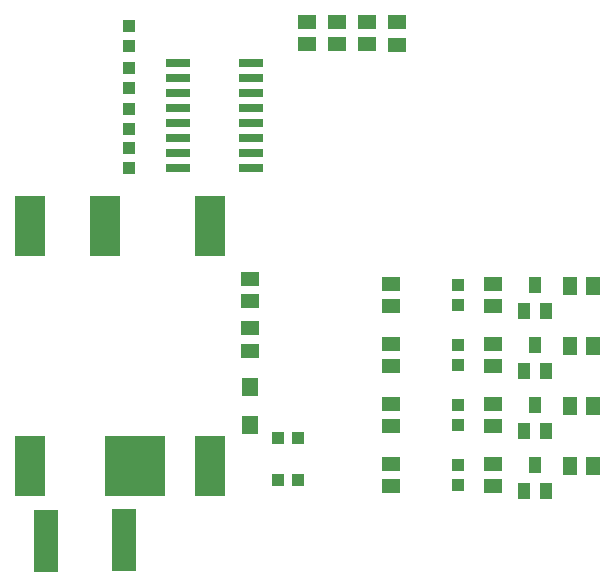
<source format=gtp>
G75*
%MOIN*%
%OFA0B0*%
%FSLAX24Y24*%
%IPPOS*%
%LPD*%
%AMOC8*
5,1,8,0,0,1.08239X$1,22.5*
%
%ADD10R,0.0394X0.0433*%
%ADD11R,0.0433X0.0394*%
%ADD12R,0.0394X0.0551*%
%ADD13R,0.0787X0.2087*%
%ADD14R,0.0800X0.0260*%
%ADD15R,0.0512X0.0630*%
%ADD16R,0.0591X0.0512*%
%ADD17R,0.1000X0.2000*%
%ADD18R,0.2000X0.2000*%
%ADD19R,0.0630X0.0512*%
%ADD20R,0.0551X0.0630*%
D10*
X008184Y014365D03*
X008184Y015035D03*
X008174Y015665D03*
X008174Y016335D03*
X008174Y017035D03*
X008174Y017705D03*
X008174Y018425D03*
X008174Y019095D03*
X019164Y010485D03*
X019164Y009815D03*
X019164Y008485D03*
X019164Y007815D03*
X019164Y006485D03*
X019164Y005815D03*
X019164Y004485D03*
X019164Y003815D03*
D11*
X013828Y003990D03*
X013159Y003990D03*
X013159Y005370D03*
X013828Y005370D03*
D12*
X021340Y005617D03*
X022088Y005617D03*
X021714Y006483D03*
X022088Y007617D03*
X021340Y007617D03*
X021714Y008483D03*
X022088Y009617D03*
X021340Y009617D03*
X021714Y010483D03*
X021714Y004483D03*
X022088Y003617D03*
X021340Y003617D03*
D13*
X005415Y001950D03*
X008013Y001989D03*
D14*
X009824Y014370D03*
X009824Y014870D03*
X009824Y015370D03*
X009824Y015870D03*
X009824Y016370D03*
X009824Y016870D03*
X009824Y017370D03*
X009824Y017870D03*
X012244Y017870D03*
X012244Y017370D03*
X012244Y016870D03*
X012244Y016370D03*
X012244Y015870D03*
X012244Y015370D03*
X012244Y014870D03*
X012244Y014370D03*
D15*
X022890Y010450D03*
X023638Y010450D03*
X023638Y008450D03*
X022890Y008450D03*
X022890Y006450D03*
X023638Y006450D03*
X023638Y004450D03*
X022890Y004450D03*
D16*
X017114Y018486D03*
X017114Y019234D03*
X016114Y019254D03*
X016114Y018506D03*
X015114Y018506D03*
X015114Y019254D03*
X014114Y019254D03*
X014114Y018506D03*
D17*
X010874Y012430D03*
X007374Y012430D03*
X004874Y012430D03*
X004874Y004430D03*
X010874Y004430D03*
D18*
X008374Y004430D03*
D19*
X012214Y008286D03*
X012214Y009034D03*
X012214Y009926D03*
X012214Y010674D03*
X016914Y010524D03*
X016914Y009776D03*
X016914Y008524D03*
X016914Y007776D03*
X016914Y006524D03*
X016914Y005776D03*
X016914Y004524D03*
X016914Y003776D03*
X020314Y003776D03*
X020314Y004524D03*
X020314Y005776D03*
X020314Y006524D03*
X020314Y007776D03*
X020314Y008524D03*
X020314Y009776D03*
X020314Y010524D03*
D20*
X012224Y007060D03*
X012224Y005820D03*
M02*

</source>
